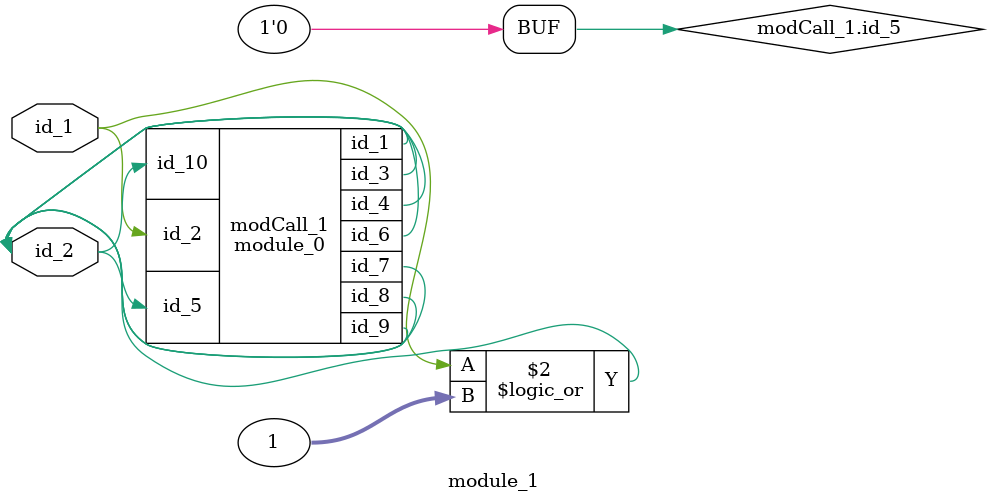
<source format=v>
module module_0 (
    id_1,
    id_2,
    id_3,
    id_4,
    id_5,
    id_6,
    id_7,
    id_8,
    id_9,
    id_10
);
  input wire id_10;
  output wire id_9;
  output wire id_8;
  output wire id_7;
  inout wire id_6;
  input wire id_5;
  inout wire id_4;
  inout wire id_3;
  input wire id_2;
  output wire id_1;
  always @(posedge id_5) $display(1, id_5);
endmodule
module module_1 (
    id_1,
    id_2
);
  inout wire id_2;
  input wire id_1;
  assign id_2 = 1 == id_1 || 1;
  module_0 modCall_1 (
      id_2,
      id_1,
      id_2,
      id_2,
      id_2,
      id_2,
      id_2,
      id_2,
      id_2,
      id_2
  );
  assign modCall_1.id_5 = 0;
endmodule

</source>
